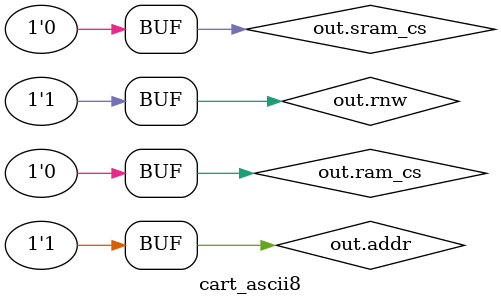
<source format=sv>
/*verilator tracing_off*/
module cart_ascii8 (
    cpu_bus cpu_bus,                   // Interface for CPU communication
    mapper mapper,                     // Struct containing mapper configuration and parameters
    mapper_out out                     // Interface for mapper output
);
    assign out.sram_cs = '0;
    assign out.ram_cs  = '0;
    assign out.rnw     = '1;
    assign out.addr    = {27{1'b1}};

endmodule

</source>
